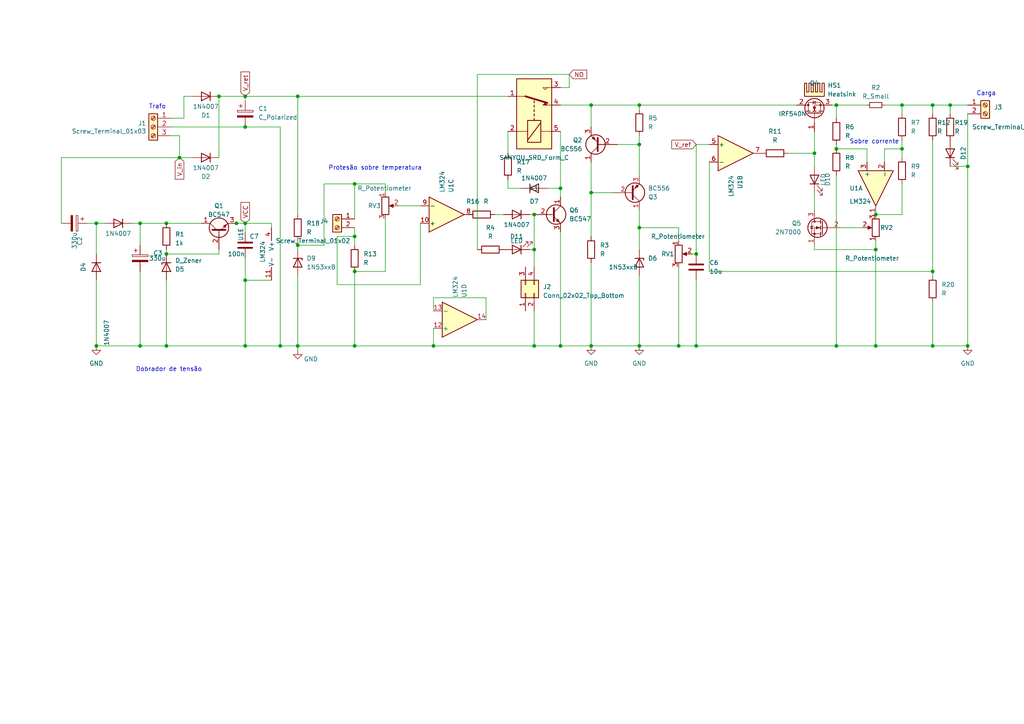
<source format=kicad_sch>
(kicad_sch (version 20230121) (generator eeschema)
  (paper "A4")
  (lib_symbols
    (symbol "Amplifier_Operational:LM324" (pin_names (offset 0.127))
      (property "Reference" "U" (at 0 5.08 0))
      (property "Value" "LM324" (at 0 -5.08 0))
      (symbol "LM324_1_1"
        (polyline (pts (xy -5.08 5.08) (xy 5.08 0) (xy -5.08 -5.08) (xy -5.08 5.08)) (stroke (width 0.254)) (fill (type background)))
        (pin output line (at 7.62 0 180) (length 2.54) (name "~") (number "1"))
        (pin input line (at -7.62 -2.54 0) (length 2.54) (name "-") (number "2"))
        (pin input line (at -7.62 2.54 0) (length 2.54) (name "+") (number "3"))
      )
      (symbol "LM324_2_1"
        (polyline (pts (xy -5.08 5.08) (xy 5.08 0) (xy -5.08 -5.08) (xy -5.08 5.08)) (stroke (width 0.254)) (fill (type background)))
        (pin input line (at -7.62 2.54 0) (length 2.54) (name "+") (number "5"))
        (pin input line (at -7.62 -2.54 0) (length 2.54) (name "-") (number "6"))
        (pin output line (at 7.62 0 180) (length 2.54) (name "~") (number "7"))
      )
      (symbol "LM324_3_1"
        (polyline (pts (xy -5.08 5.08) (xy 5.08 0) (xy -5.08 -5.08) (xy -5.08 5.08)) (stroke (width 0.254)) (fill (type background)))
        (pin input line (at -7.62 2.54 0) (length 2.54) (name "+") (number "10"))
        (pin output line (at 7.62 0 180) (length 2.54) (name "~") (number "8"))
        (pin input line (at -7.62 -2.54 0) (length 2.54) (name "-") (number "9"))
      )
      (symbol "LM324_4_1"
        (polyline (pts (xy -5.08 5.08) (xy 5.08 0) (xy -5.08 -5.08) (xy -5.08 5.08)) (stroke (width 0.254)) (fill (type background)))
        (pin input line (at -7.62 2.54 0) (length 2.54) (name "+") (number "12"))
        (pin input line (at -7.62 -2.54 0) (length 2.54) (name "-") (number "13"))
        (pin output line (at 7.62 0 180) (length 2.54) (name "~") (number "14"))
      )
      (symbol "LM324_5_1"
        (pin power_in line (at -2.54 -7.62 90) (length 3.81) (name "V-") (number "11"))
        (pin power_in line (at -2.54 7.62 270) (length 3.81) (name "V+") (number "4"))
      )
    )
    (symbol "Connector:Screw_Terminal_01x02" (pin_names (offset 1.016) hide)
      (property "Reference" "J" (at 0 2.54 0))
      (property "Value" "Screw_Terminal_01x02" (at 0 -5.08 0))
      (symbol "Screw_Terminal_01x02_1_1"
        (rectangle (start -1.27 1.27) (end 1.27 -3.81) (stroke (width 0.254)) (fill (type background)))
        (circle (center 0 -2.54) (radius 0.635) (stroke (width 0.1524)))
        (polyline (pts (xy -0.5334 -2.2098) (xy 0.3302 -3.048)) (stroke (width 0.1524)))
        (polyline (pts (xy -0.5334 0.3302) (xy 0.3302 -0.508)) (stroke (width 0.1524)))
        (polyline (pts (xy -0.3556 -2.032) (xy 0.508 -2.8702)) (stroke (width 0.1524)))
        (polyline (pts (xy -0.3556 0.508) (xy 0.508 -0.3302)) (stroke (width 0.1524)))
        (circle (center 0 0) (radius 0.635) (stroke (width 0.1524)))
        (pin passive line (at -5.08 0 0) (length 3.81) (name "Pin_1") (number "1"))
        (pin passive line (at -5.08 -2.54 0) (length 3.81) (name "Pin_2") (number "2"))
      )
    )
    (symbol "Connector:Screw_Terminal_01x03" (pin_names (offset 1.016) hide)
      (property "Reference" "J" (at 0 5.08 0))
      (property "Value" "Screw_Terminal_01x03" (at 0 -5.08 0))
      (symbol "Screw_Terminal_01x03_1_1"
        (rectangle (start -1.27 3.81) (end 1.27 -3.81) (stroke (width 0.254)) (fill (type background)))
        (circle (center 0 -2.54) (radius 0.635) (stroke (width 0.1524)))
        (polyline (pts (xy -0.5334 -2.2098) (xy 0.3302 -3.048)) (stroke (width 0.1524)))
        (polyline (pts (xy -0.5334 0.3302) (xy 0.3302 -0.508)) (stroke (width 0.1524)))
        (polyline (pts (xy -0.5334 2.8702) (xy 0.3302 2.032)) (stroke (width 0.1524)))
        (polyline (pts (xy -0.3556 -2.032) (xy 0.508 -2.8702)) (stroke (width 0.1524)))
        (polyline (pts (xy -0.3556 0.508) (xy 0.508 -0.3302)) (stroke (width 0.1524)))
        (polyline (pts (xy -0.3556 3.048) (xy 0.508 2.2098)) (stroke (width 0.1524)))
        (circle (center 0 0) (radius 0.635) (stroke (width 0.1524)))
        (circle (center 0 2.54) (radius 0.635) (stroke (width 0.1524)))
        (pin passive line (at -5.08 2.54 0) (length 3.81) (name "Pin_1") (number "1"))
        (pin passive line (at -5.08 0 0) (length 3.81) (name "Pin_2") (number "2"))
        (pin passive line (at -5.08 -2.54 0) (length 3.81) (name "Pin_3") (number "3"))
      )
    )
    (symbol "Connector_Generic:Conn_02x02_Top_Bottom" (pin_names (offset 1.016) hide)
      (property "Reference" "J" (at 1.27 2.54 0))
      (property "Value" "Conn_02x02_Top_Bottom" (at 1.27 -5.08 0))
      (symbol "Conn_02x02_Top_Bottom_1_1"
        (rectangle (start -1.27 -2.413) (end 0 -2.667) (stroke (width 0.1524)))
        (rectangle (start -1.27 0.127) (end 0 -0.127) (stroke (width 0.1524)))
        (rectangle (start -1.27 1.27) (end 3.81 -3.81) (stroke (width 0.254)) (fill (type background)))
        (rectangle (start 3.81 -2.413) (end 2.54 -2.667) (stroke (width 0.1524)))
        (rectangle (start 3.81 0.127) (end 2.54 -0.127) (stroke (width 0.1524)))
        (pin passive line (at -5.08 0 0) (length 3.81) (name "Pin_1") (number "1"))
        (pin passive line (at -5.08 -2.54 0) (length 3.81) (name "Pin_2") (number "2"))
        (pin passive line (at 7.62 0 180) (length 3.81) (name "Pin_3") (number "3"))
        (pin passive line (at 7.62 -2.54 180) (length 3.81) (name "Pin_4") (number "4"))
      )
    )
    (symbol "Device:C" (pin_numbers hide) (pin_names (offset 0.254))
      (property "Reference" "C" (at 0.635 2.54 0))
      (property "Value" "C" (at 0.635 -2.54 0))
      (symbol "C_0_1"
        (polyline (pts (xy -2.032 -0.762) (xy 2.032 -0.762)) (stroke (width 0.508)))
        (polyline (pts (xy -2.032 0.762) (xy 2.032 0.762)) (stroke (width 0.508)))
      )
      (symbol "C_1_1"
        (pin passive line (at 0 3.81 270) (length 2.794) (name "~") (number "1"))
        (pin passive line (at 0 -3.81 90) (length 2.794) (name "~") (number "2"))
      )
    )
    (symbol "Device:C_Polarized" (pin_numbers hide) (pin_names (offset 0.254))
      (property "Reference" "C" (at 0.635 2.54 0))
      (property "Value" "C_Polarized" (at 0.635 -2.54 0))
      (symbol "C_Polarized_0_1"
        (rectangle (start -2.286 0.508) (end 2.286 1.016))
        (polyline (pts (xy -1.778 2.286) (xy -0.762 2.286)))
        (polyline (pts (xy -1.27 2.794) (xy -1.27 1.778)))
        (rectangle (start 2.286 -0.508) (end -2.286 -1.016) (fill (type outline)))
      )
      (symbol "C_Polarized_1_1"
        (pin passive line (at 0 3.81 270) (length 2.794) (name "~") (number "1"))
        (pin passive line (at 0 -3.81 90) (length 2.794) (name "~") (number "2"))
      )
    )
    (symbol "Device:D_Zener" (pin_numbers hide) (pin_names (offset 1.016) hide)
      (property "Reference" "D" (at 0 2.54 0))
      (property "Value" "D_Zener" (at 0 -2.54 0))
      (symbol "D_Zener_0_1"
        (polyline (pts (xy 1.27 0) (xy -1.27 0)))
        (polyline (pts (xy -1.27 -1.27) (xy -1.27 1.27) (xy -0.762 1.27)) (stroke (width 0.254)))
        (polyline (pts (xy 1.27 -1.27) (xy 1.27 1.27) (xy -1.27 0) (xy 1.27 -1.27)) (stroke (width 0.254)))
      )
      (symbol "D_Zener_1_1"
        (pin passive line (at -3.81 0 0) (length 2.54) (name "K") (number "1"))
        (pin passive line (at 3.81 0 180) (length 2.54) (name "A") (number "2"))
      )
    )
    (symbol "Device:LED" (pin_numbers hide) (pin_names (offset 1.016) hide)
      (property "Reference" "D" (at 0 2.54 0))
      (property "Value" "LED" (at 0 -2.54 0))
      (symbol "LED_0_1"
        (polyline (pts (xy -1.27 -1.27) (xy -1.27 1.27)) (stroke (width 0.254)))
        (polyline (pts (xy -1.27 0) (xy 1.27 0)))
        (polyline (pts (xy 1.27 -1.27) (xy 1.27 1.27) (xy -1.27 0) (xy 1.27 -1.27)) (stroke (width 0.254)))
        (polyline (pts (xy -3.048 -0.762) (xy -4.572 -2.286) (xy -3.81 -2.286) (xy -4.572 -2.286) (xy -4.572 -1.524)))
        (polyline (pts (xy -1.778 -0.762) (xy -3.302 -2.286) (xy -2.54 -2.286) (xy -3.302 -2.286) (xy -3.302 -1.524)))
      )
      (symbol "LED_1_1"
        (pin passive line (at -3.81 0 0) (length 2.54) (name "K") (number "1"))
        (pin passive line (at 3.81 0 180) (length 2.54) (name "A") (number "2"))
      )
    )
    (symbol "Device:R" (pin_numbers hide) (pin_names (offset 0))
      (property "Reference" "R" (at 2.032 0 90))
      (property "Value" "R" (at 0 0 90))
      (symbol "R_0_1"
        (rectangle (start -1.016 -2.54) (end 1.016 2.54) (stroke (width 0.254)))
      )
      (symbol "R_1_1"
        (pin passive line (at 0 3.81 270) (length 1.27) (name "~") (number "1"))
        (pin passive line (at 0 -3.81 90) (length 1.27) (name "~") (number "2"))
      )
    )
    (symbol "Device:R_Potentiometer" (pin_names (offset 1.016) hide)
      (property "Reference" "RV" (at -4.445 0 90))
      (property "Value" "R_Potentiometer" (at -2.54 0 90))
      (symbol "R_Potentiometer_0_1"
        (polyline (pts (xy 2.54 0) (xy 1.524 0)))
        (polyline (pts (xy 1.143 0) (xy 2.286 0.508) (xy 2.286 -0.508) (xy 1.143 0)) (fill (type outline)))
        (rectangle (start 1.016 2.54) (end -1.016 -2.54) (stroke (width 0.254)))
      )
      (symbol "R_Potentiometer_1_1"
        (pin passive line (at 0 3.81 270) (length 1.27) (name "1") (number "1"))
        (pin passive line (at 3.81 0 180) (length 1.27) (name "2") (number "2"))
        (pin passive line (at 0 -3.81 90) (length 1.27) (name "3") (number "3"))
      )
    )
    (symbol "Device:R_Small" (pin_numbers hide) (pin_names (offset 0.254) hide)
      (property "Reference" "R" (at 0.762 0.508 0))
      (property "Value" "R_Small" (at 0.762 -1.016 0))
      (symbol "R_Small_0_1"
        (rectangle (start -0.762 1.778) (end 0.762 -1.778) (stroke (width 0.2032)))
      )
      (symbol "R_Small_1_1"
        (pin passive line (at 0 2.54 270) (length 0.762) (name "~") (number "1"))
        (pin passive line (at 0 -2.54 90) (length 0.762) (name "~") (number "2"))
      )
    )
    (symbol "Diode:1N4007" (pin_numbers hide) (pin_names hide)
      (property "Reference" "D" (at 0 2.54 0))
      (property "Value" "1N4007" (at 0 -2.54 0))
      (symbol "1N4007_0_1"
        (polyline (pts (xy -1.27 1.27) (xy -1.27 -1.27)) (stroke (width 0.254)))
        (polyline (pts (xy 1.27 0) (xy -1.27 0)))
        (polyline (pts (xy 1.27 1.27) (xy 1.27 -1.27) (xy -1.27 0) (xy 1.27 1.27)) (stroke (width 0.254)))
      )
      (symbol "1N4007_1_1"
        (pin passive line (at -3.81 0 0) (length 2.54) (name "K") (number "1"))
        (pin passive line (at 3.81 0 180) (length 2.54) (name "A") (number "2"))
      )
    )
    (symbol "Diode:1N53xxB" (pin_numbers hide) (pin_names hide)
      (property "Reference" "D" (at 0 2.54 0))
      (property "Value" "1N53xxB" (at 0 -2.54 0))
      (symbol "1N53xxB_0_1"
        (polyline (pts (xy 1.27 0) (xy -1.27 0)))
        (polyline (pts (xy -1.27 -1.27) (xy -1.27 1.27) (xy -0.762 1.27)) (stroke (width 0.254)))
        (polyline (pts (xy 1.27 -1.27) (xy 1.27 1.27) (xy -1.27 0) (xy 1.27 -1.27)) (stroke (width 0.254)))
      )
      (symbol "1N53xxB_1_1"
        (pin passive line (at -3.81 0 0) (length 2.54) (name "K") (number "1"))
        (pin passive line (at 3.81 0 180) (length 2.54) (name "A") (number "2"))
      )
    )
    (symbol "Mechanical:Heatsink" (pin_names (offset 1.016))
      (property "Reference" "HS" (at 0 5.08 0))
      (property "Value" "Heatsink" (at 0 -1.27 0))
      (symbol "Heatsink_0_1"
        (polyline (pts (xy -0.3302 1.27) (xy -0.9652 1.27) (xy -0.9652 3.81) (xy -1.6002 3.81) (xy -1.6002 1.27) (xy -2.2352 1.27) (xy -2.2352 3.81) (xy -2.8702 3.81) (xy -2.8702 0) (xy -0.9652 0)) (stroke (width 0.254)) (fill (type background)))
        (polyline (pts (xy -0.3302 1.27) (xy -0.3302 3.81) (xy 0.3048 3.81) (xy 0.3048 1.27) (xy 0.9398 1.27) (xy 0.9398 3.81) (xy 1.5748 3.81) (xy 1.5748 1.27) (xy 2.2098 1.27) (xy 2.2098 3.81) (xy 2.8448 3.81) (xy 2.8448 0) (xy -0.9652 0)) (stroke (width 0.254)) (fill (type background)))
      )
    )
    (symbol "Relay:SANYOU_SRD_Form_C"
      (property "Reference" "K" (at 11.43 3.81 0))
      (property "Value" "SANYOU_SRD_Form_C" (at 11.43 1.27 0))
      (symbol "SANYOU_SRD_Form_C_0_0"
        (polyline (pts (xy 7.62 5.08) (xy 7.62 2.54) (xy 6.985 3.175) (xy 7.62 3.81)))
      )
      (symbol "SANYOU_SRD_Form_C_0_1"
        (rectangle (start -10.16 5.08) (end 10.16 -5.08) (stroke (width 0.254)) (fill (type background)))
        (rectangle (start -8.255 1.905) (end -1.905 -1.905) (stroke (width 0.254)))
        (polyline (pts (xy -7.62 -1.905) (xy -2.54 1.905)) (stroke (width 0.254)))
        (polyline (pts (xy -5.08 -5.08) (xy -5.08 -1.905)))
        (polyline (pts (xy -5.08 5.08) (xy -5.08 1.905)))
        (polyline (pts (xy -1.905 0) (xy -1.27 0)) (stroke (width 0.254)))
        (polyline (pts (xy -0.635 0) (xy 0 0)) (stroke (width 0.254)))
        (polyline (pts (xy 0.635 0) (xy 1.27 0)) (stroke (width 0.254)))
        (polyline (pts (xy 1.905 0) (xy 2.54 0)) (stroke (width 0.254)))
        (polyline (pts (xy 3.175 0) (xy 3.81 0)) (stroke (width 0.254)))
        (polyline (pts (xy 5.08 -2.54) (xy 3.175 3.81)) (stroke (width 0.508)))
        (polyline (pts (xy 5.08 -2.54) (xy 5.08 -5.08)))
      )
      (symbol "SANYOU_SRD_Form_C_1_1"
        (polyline (pts (xy 2.54 3.81) (xy 3.175 3.175) (xy 2.54 2.54) (xy 2.54 5.08)) (fill (type outline)))
        (pin passive line (at 5.08 -7.62 90) (length 2.54) (name "~") (number "1"))
        (pin passive line (at -5.08 -7.62 90) (length 2.54) (name "~") (number "2"))
        (pin passive line (at 7.62 7.62 270) (length 2.54) (name "~") (number "3"))
        (pin passive line (at 2.54 7.62 270) (length 2.54) (name "~") (number "4"))
        (pin passive line (at -5.08 7.62 270) (length 2.54) (name "~") (number "5"))
      )
    )
    (symbol "Transistor_BJT:BC547" (pin_names (offset 0) hide)
      (property "Reference" "Q" (at 5.08 1.905 0))
      (property "Value" "BC547" (at 5.08 0 0))
      (symbol "BC547_0_1"
        (polyline (pts (xy 0 0) (xy 0.635 0)))
        (polyline (pts (xy 0.635 0.635) (xy 2.54 2.54)))
        (polyline (pts (xy 0.635 -0.635) (xy 2.54 -2.54) (xy 2.54 -2.54)))
        (polyline (pts (xy 0.635 1.905) (xy 0.635 -1.905) (xy 0.635 -1.905)) (stroke (width 0.508)))
        (polyline (pts (xy 1.27 -1.778) (xy 1.778 -1.27) (xy 2.286 -2.286) (xy 1.27 -1.778) (xy 1.27 -1.778)) (fill (type outline)))
        (circle (center 1.27 0) (radius 2.8194) (stroke (width 0.254)))
      )
      (symbol "BC547_1_1"
        (pin passive line (at 2.54 5.08 270) (length 2.54) (name "C") (number "1"))
        (pin input line (at -5.08 0 0) (length 5.08) (name "B") (number "2"))
        (pin passive line (at 2.54 -5.08 90) (length 2.54) (name "E") (number "3"))
      )
    )
    (symbol "Transistor_BJT:BC556" (pin_names (offset 0) hide)
      (property "Reference" "Q" (at 5.08 1.905 0))
      (property "Value" "BC556" (at 5.08 0 0))
      (symbol "BC556_0_1"
        (polyline (pts (xy 0.635 0.635) (xy 2.54 2.54)))
        (polyline (pts (xy 0.635 -0.635) (xy 2.54 -2.54) (xy 2.54 -2.54)))
        (polyline (pts (xy 0.635 1.905) (xy 0.635 -1.905) (xy 0.635 -1.905)) (stroke (width 0.508)))
        (polyline (pts (xy 2.286 -1.778) (xy 1.778 -2.286) (xy 1.27 -1.27) (xy 2.286 -1.778) (xy 2.286 -1.778)) (fill (type outline)))
        (circle (center 1.27 0) (radius 2.8194) (stroke (width 0.254)))
      )
      (symbol "BC556_1_1"
        (pin passive line (at 2.54 5.08 270) (length 2.54) (name "C") (number "1"))
        (pin input line (at -5.08 0 0) (length 5.715) (name "B") (number "2"))
        (pin passive line (at 2.54 -5.08 90) (length 2.54) (name "E") (number "3"))
      )
    )
    (symbol "Transistor_FET:2N7000" (pin_names hide)
      (property "Reference" "Q" (at 5.08 1.905 0))
      (property "Value" "2N7000" (at 5.08 0 0))
      (symbol "2N7000_0_1"
        (polyline (pts (xy 0.254 0) (xy -2.54 0)))
        (polyline (pts (xy 0.254 1.905) (xy 0.254 -1.905)) (stroke (width 0.254)))
        (polyline (pts (xy 0.762 -1.27) (xy 0.762 -2.286)) (stroke (width 0.254)))
        (polyline (pts (xy 0.762 0.508) (xy 0.762 -0.508)) (stroke (width 0.254)))
        (polyline (pts (xy 0.762 2.286) (xy 0.762 1.27)) (stroke (width 0.254)))
        (polyline (pts (xy 2.54 2.54) (xy 2.54 1.778)))
        (polyline (pts (xy 2.54 -2.54) (xy 2.54 0) (xy 0.762 0)))
        (polyline (pts (xy 0.762 -1.778) (xy 3.302 -1.778) (xy 3.302 1.778) (xy 0.762 1.778)))
        (polyline (pts (xy 1.016 0) (xy 2.032 0.381) (xy 2.032 -0.381) (xy 1.016 0)) (fill (type outline)))
        (polyline (pts (xy 2.794 0.508) (xy 2.921 0.381) (xy 3.683 0.381) (xy 3.81 0.254)))
        (polyline (pts (xy 3.302 0.381) (xy 2.921 -0.254) (xy 3.683 -0.254) (xy 3.302 0.381)))
        (circle (center 1.651 0) (radius 2.794) (stroke (width 0.254)))
        (circle (center 2.54 -1.778) (radius 0.254) (fill (type outline)))
        (circle (center 2.54 1.778) (radius 0.254) (fill (type outline)))
      )
      (symbol "2N7000_1_1"
        (pin passive line (at 2.54 -5.08 90) (length 2.54) (name "S") (number "1"))
        (pin input line (at -5.08 0 0) (length 2.54) (name "G") (number "2"))
        (pin passive line (at 2.54 5.08 270) (length 2.54) (name "D") (number "3"))
      )
    )
    (symbol "Transistor_FET:IRF540N" (pin_names hide)
      (property "Reference" "Q" (at 6.35 1.905 0))
      (property "Value" "IRF540N" (at 6.35 0 0))
      (symbol "IRF540N_0_1"
        (polyline (pts (xy 0.254 0) (xy -2.54 0)))
        (polyline (pts (xy 0.254 1.905) (xy 0.254 -1.905)) (stroke (width 0.254)))
        (polyline (pts (xy 0.762 -1.27) (xy 0.762 -2.286)) (stroke (width 0.254)))
        (polyline (pts (xy 0.762 0.508) (xy 0.762 -0.508)) (stroke (width 0.254)))
        (polyline (pts (xy 0.762 2.286) (xy 0.762 1.27)) (stroke (width 0.254)))
        (polyline (pts (xy 2.54 2.54) (xy 2.54 1.778)))
        (polyline (pts (xy 2.54 -2.54) (xy 2.54 0) (xy 0.762 0)))
        (polyline (pts (xy 0.762 -1.778) (xy 3.302 -1.778) (xy 3.302 1.778) (xy 0.762 1.778)))
        (polyline (pts (xy 1.016 0) (xy 2.032 0.381) (xy 2.032 -0.381) (xy 1.016 0)) (fill (type outline)))
        (polyline (pts (xy 2.794 0.508) (xy 2.921 0.381) (xy 3.683 0.381) (xy 3.81 0.254)))
        (polyline (pts (xy 3.302 0.381) (xy 2.921 -0.254) (xy 3.683 -0.254) (xy 3.302 0.381)))
        (circle (center 1.651 0) (radius 2.794) (stroke (width 0.254)))
        (circle (center 2.54 -1.778) (radius 0.254) (fill (type outline)))
        (circle (center 2.54 1.778) (radius 0.254) (fill (type outline)))
      )
      (symbol "IRF540N_1_1"
        (pin input line (at -5.08 0 0) (length 2.54) (name "G") (number "1"))
        (pin passive line (at 2.54 5.08 270) (length 2.54) (name "D") (number "2"))
        (pin passive line (at 2.54 -5.08 90) (length 2.54) (name "S") (number "3"))
      )
    )
    (symbol "power:GND" (power) (pin_names (offset 0))
      (property "Value" "GND" (at 0 -3.81 0))
      (symbol "GND_0_1"
        (polyline (pts (xy 0 0) (xy 0 -1.27) (xy 1.27 -1.27) (xy 0 -2.54) (xy -1.27 -1.27) (xy 0 -1.27)))
      )
      (symbol "GND_1_1"
        (pin power_in line (at 0 0 270) (length 0) hide (name "GND") (number "1"))
      )
    )
  )
  (junction (at 171.45 30.48))
  (junction (at 270.51 30.48))
  (junction (at 71.12 27.94))
  (junction (at 162.56 100.33))
  (junction (at 71.12 64.77))
  (junction (at 261.62 43.18))
  (junction (at 86.36 27.94))
  (junction (at 154.94 62.23))
  (junction (at 201.93 73.66))
  (junction (at 280.67 48.26))
  (junction (at 68.58 64.77))
  (junction (at 48.26 100.33))
  (junction (at 40.64 64.77))
  (junction (at 242.57 30.48))
  (junction (at 102.87 53.34))
  (junction (at 185.42 100.33))
  (junction (at 154.94 100.33))
  (junction (at 270.51 78.74))
  (junction (at 27.94 100.33))
  (junction (at 86.36 71.12))
  (junction (at 40.64 100.33))
  (junction (at 275.59 30.48))
  (junction (at 185.42 66.04))
  (junction (at 236.22 44.45))
  (junction (at 162.56 54.61))
  (junction (at 171.45 55.88))
  (junction (at 71.12 100.33))
  (junction (at 280.67 100.33))
  (junction (at 63.5 27.94))
  (junction (at 185.42 30.48))
  (junction (at 270.51 100.33))
  (junction (at 254 72.39))
  (junction (at 102.87 100.33))
  (junction (at 102.87 68.58))
  (junction (at 254 100.33))
  (junction (at 125.73 100.33))
  (junction (at 242.57 100.33))
  (junction (at 196.85 100.33))
  (junction (at 27.94 64.77))
  (junction (at 242.57 43.18))
  (junction (at 261.62 30.48))
  (junction (at 254 62.23))
  (junction (at 171.45 100.33))
  (junction (at 201.93 100.33))
  (junction (at 102.87 78.74))
  (junction (at 81.28 100.33))
  (junction (at 154.94 72.39))
  (junction (at 185.42 41.91))
  (junction (at 71.12 81.28))
  (junction (at 71.12 36.83))
  (junction (at 48.26 64.77))
  (junction (at 52.07 45.72))
  (junction (at 86.36 100.33))
  (junction (at 48.26 73.66))
  (wire (pts (xy 179.07 41.91) (xy 185.42 41.91)))
  (wire (pts (xy 185.42 30.48) (xy 185.42 31.75)))
  (wire (pts (xy 196.85 77.47) (xy 196.85 100.33)))
  (wire (pts (xy 78.74 64.77) (xy 78.74 66.04)))
  (wire (pts (xy 185.42 66.04) (xy 185.42 72.39)))
  (wire (pts (xy 185.42 80.01) (xy 185.42 100.33)))
  (wire (pts (xy 102.87 53.34) (xy 102.87 63.5)))
  (wire (pts (xy 185.42 30.48) (xy 231.14 30.48)))
  (wire (pts (xy 201.93 41.91) (xy 201.93 73.66)))
  (wire (pts (xy 236.22 72.39) (xy 236.22 71.12)))
  (wire (pts (xy 185.42 60.96) (xy 185.42 66.04)))
  (wire (pts (xy 52.07 45.72) (xy 55.88 45.72)))
  (wire (pts (xy 71.12 81.28) (xy 71.12 100.33)))
  (wire (pts (xy 154.94 72.39) (xy 154.94 77.47)))
  (wire (pts (xy 138.43 21.59) (xy 138.43 72.39)))
  (wire (pts (xy 196.85 100.33) (xy 201.93 100.33)))
  (wire (pts (xy 86.36 80.01) (xy 86.36 100.33)))
  (wire (pts (xy 40.64 64.77) (xy 48.26 64.77)))
  (wire (pts (xy 125.73 100.33) (xy 154.94 100.33)))
  (wire (pts (xy 53.34 34.29) (xy 49.53 34.29)))
  (wire (pts (xy 205.74 78.74) (xy 270.51 78.74)))
  (wire (pts (xy 171.45 55.88) (xy 177.8 55.88)))
  (wire (pts (xy 68.58 64.77) (xy 71.12 64.77)))
  (wire (pts (xy 171.45 36.83) (xy 171.45 30.48)))
  (wire (pts (xy 171.45 46.99) (xy 171.45 55.88)))
  (wire (pts (xy 97.79 82.55) (xy 97.79 68.58)))
  (wire (pts (xy 115.57 59.69) (xy 121.92 59.69)))
  (wire (pts (xy 236.22 72.39) (xy 254 72.39)))
  (wire (pts (xy 185.42 100.33) (xy 196.85 100.33)))
  (wire (pts (xy 236.22 44.45) (xy 236.22 48.26)))
  (wire (pts (xy 27.94 64.77) (xy 27.94 73.66)))
  (wire (pts (xy 17.78 45.72) (xy 52.07 45.72)))
  (wire (pts (xy 261.62 62.23) (xy 261.62 53.34)))
  (wire (pts (xy 153.67 72.39) (xy 154.94 72.39)))
  (wire (pts (xy 86.36 27.94) (xy 147.32 27.94)))
  (wire (pts (xy 86.36 71.12) (xy 86.36 72.39)))
  (wire (pts (xy 52.07 39.37) (xy 52.07 45.72)))
  (wire (pts (xy 40.64 71.12) (xy 40.64 64.77)))
  (wire (pts (xy 236.22 38.1) (xy 236.22 44.45)))
  (wire (pts (xy 261.62 43.18) (xy 256.54 43.18)))
  (wire (pts (xy 270.51 78.74) (xy 270.51 80.01)))
  (wire (pts (xy 27.94 100.33) (xy 27.94 81.28)))
  (wire (pts (xy 49.53 36.83) (xy 71.12 36.83)))
  (wire (pts (xy 40.64 100.33) (xy 48.26 100.33)))
  (wire (pts (xy 242.57 30.48) (xy 251.46 30.48)))
  (wire (pts (xy 254 100.33) (xy 270.51 100.33)))
  (wire (pts (xy 140.97 86.36) (xy 140.97 92.71)))
  (wire (pts (xy 261.62 30.48) (xy 256.54 30.48)))
  (wire (pts (xy 162.56 67.31) (xy 162.56 100.33)))
  (wire (pts (xy 154.94 100.33) (xy 162.56 100.33)))
  (wire (pts (xy 135.89 62.23) (xy 137.16 62.23)))
  (wire (pts (xy 185.42 66.04) (xy 196.85 66.04)))
  (wire (pts (xy 25.4 64.77) (xy 27.94 64.77)))
  (wire (pts (xy 63.5 27.94) (xy 71.12 27.94)))
  (wire (pts (xy 52.07 39.37) (xy 49.53 39.37)))
  (wire (pts (xy 71.12 64.77) (xy 78.74 64.77)))
  (wire (pts (xy 242.57 50.8) (xy 242.57 100.33)))
  (wire (pts (xy 48.26 64.77) (xy 58.42 64.77)))
  (wire (pts (xy 86.36 100.33) (xy 102.87 100.33)))
  (wire (pts (xy 71.12 27.94) (xy 86.36 27.94)))
  (wire (pts (xy 162.56 25.4) (xy 165.1 25.4)))
  (wire (pts (xy 27.94 64.77) (xy 30.48 64.77)))
  (wire (pts (xy 48.26 100.33) (xy 48.26 81.28)))
  (wire (pts (xy 147.32 54.61) (xy 147.32 52.07)))
  (wire (pts (xy 275.59 48.26) (xy 280.67 48.26)))
  (wire (pts (xy 71.12 74.93) (xy 71.12 81.28)))
  (wire (pts (xy 143.51 62.23) (xy 146.05 62.23)))
  (wire (pts (xy 236.22 55.88) (xy 236.22 60.96)))
  (wire (pts (xy 38.1 64.77) (xy 40.64 64.77)))
  (wire (pts (xy 162.56 38.1) (xy 162.56 54.61)))
  (wire (pts (xy 17.78 64.77) (xy 17.78 45.72)))
  (wire (pts (xy 71.12 100.33) (xy 81.28 100.33)))
  (wire (pts (xy 102.87 68.58) (xy 102.87 71.12)))
  (wire (pts (xy 261.62 30.48) (xy 270.51 30.48)))
  (wire (pts (xy 275.59 30.48) (xy 280.67 30.48)))
  (wire (pts (xy 97.79 68.58) (xy 102.87 68.58)))
  (wire (pts (xy 243.84 66.04) (xy 250.19 66.04)))
  (wire (pts (xy 171.45 76.2) (xy 171.45 100.33)))
  (wire (pts (xy 162.56 30.48) (xy 171.45 30.48)))
  (wire (pts (xy 201.93 41.91) (xy 205.74 41.91)))
  (wire (pts (xy 86.36 27.94) (xy 86.36 62.23)))
  (wire (pts (xy 241.3 30.48) (xy 242.57 30.48)))
  (wire (pts (xy 81.28 36.83) (xy 71.12 36.83)))
  (wire (pts (xy 162.56 100.33) (xy 171.45 100.33)))
  (wire (pts (xy 102.87 100.33) (xy 125.73 100.33)))
  (wire (pts (xy 71.12 100.33) (xy 48.26 100.33)))
  (wire (pts (xy 251.46 43.18) (xy 251.46 46.99)))
  (wire (pts (xy 270.51 100.33) (xy 280.67 100.33)))
  (wire (pts (xy 86.36 101.6) (xy 86.36 100.33)))
  (wire (pts (xy 171.45 55.88) (xy 171.45 68.58)))
  (wire (pts (xy 121.92 82.55) (xy 97.79 82.55)))
  (wire (pts (xy 71.12 64.77) (xy 71.12 67.31)))
  (wire (pts (xy 102.87 66.04) (xy 102.87 68.58)))
  (wire (pts (xy 242.57 43.18) (xy 251.46 43.18)))
  (wire (pts (xy 53.34 27.94) (xy 55.88 27.94)))
  (wire (pts (xy 228.6 44.45) (xy 236.22 44.45)))
  (wire (pts (xy 125.73 90.17) (xy 125.73 86.36)))
  (wire (pts (xy 261.62 40.64) (xy 261.62 43.18)))
  (wire (pts (xy 201.93 81.28) (xy 201.93 100.33)))
  (wire (pts (xy 63.5 27.94) (xy 63.5 45.72)))
  (wire (pts (xy 261.62 30.48) (xy 261.62 33.02)))
  (wire (pts (xy 201.93 100.33) (xy 242.57 100.33)))
  (wire (pts (xy 125.73 86.36) (xy 140.97 86.36)))
  (wire (pts (xy 102.87 53.34) (xy 111.76 53.34)))
  (wire (pts (xy 40.64 78.74) (xy 40.64 100.33)))
  (wire (pts (xy 242.57 100.33) (xy 254 100.33)))
  (wire (pts (xy 93.98 71.12) (xy 93.98 53.34)))
  (wire (pts (xy 86.36 71.12) (xy 93.98 71.12)))
  (wire (pts (xy 71.12 27.94) (xy 71.12 29.21)))
  (wire (pts (xy 125.73 95.25) (xy 125.73 100.33)))
  (wire (pts (xy 81.28 36.83) (xy 81.28 100.33)))
  (wire (pts (xy 151.13 54.61) (xy 147.32 54.61)))
  (wire (pts (xy 111.76 53.34) (xy 111.76 55.88)))
  (wire (pts (xy 111.76 63.5) (xy 111.76 78.74)))
  (wire (pts (xy 138.43 21.59) (xy 165.1 21.59)))
  (wire (pts (xy 280.67 48.26) (xy 280.67 100.33)))
  (wire (pts (xy 185.42 41.91) (xy 185.42 50.8)))
  (wire (pts (xy 63.5 73.66) (xy 63.5 72.39)))
  (wire (pts (xy 275.59 30.48) (xy 275.59 33.02)))
  (wire (pts (xy 261.62 43.18) (xy 261.62 45.72)))
  (wire (pts (xy 102.87 78.74) (xy 111.76 78.74)))
  (wire (pts (xy 158.75 54.61) (xy 162.56 54.61)))
  (wire (pts (xy 200.66 73.66) (xy 201.93 73.66)))
  (wire (pts (xy 270.51 30.48) (xy 275.59 30.48)))
  (wire (pts (xy 162.56 54.61) (xy 162.56 57.15)))
  (wire (pts (xy 254 72.39) (xy 254 100.33)))
  (wire (pts (xy 121.92 64.77) (xy 121.92 82.55)))
  (wire (pts (xy 27.94 100.33) (xy 40.64 100.33)))
  (wire (pts (xy 242.57 30.48) (xy 242.57 34.29)))
  (wire (pts (xy 254 62.23) (xy 261.62 62.23)))
  (wire (pts (xy 67.31 64.77) (xy 68.58 64.77)))
  (wire (pts (xy 185.42 39.37) (xy 185.42 41.91)))
  (wire (pts (xy 93.98 53.34) (xy 102.87 53.34)))
  (wire (pts (xy 270.51 40.64) (xy 270.51 78.74)))
  (wire (pts (xy 154.94 62.23) (xy 153.67 62.23)))
  (wire (pts (xy 280.67 33.02) (xy 280.67 48.26)))
  (wire (pts (xy 86.36 69.85) (xy 86.36 71.12)))
  (wire (pts (xy 147.32 38.1) (xy 147.32 44.45)))
  (wire (pts (xy 242.57 41.91) (xy 242.57 43.18)))
  (wire (pts (xy 256.54 43.18) (xy 256.54 46.99)))
  (wire (pts (xy 154.94 62.23) (xy 154.94 72.39)))
  (wire (pts (xy 71.12 81.28) (xy 78.74 81.28)))
  (wire (pts (xy 154.94 90.17) (xy 154.94 100.33)))
  (wire (pts (xy 48.26 72.39) (xy 48.26 73.66)))
  (wire (pts (xy 102.87 78.74) (xy 102.87 100.33)))
  (wire (pts (xy 205.74 46.99) (xy 205.74 78.74)))
  (wire (pts (xy 196.85 66.04) (xy 196.85 69.85)))
  (wire (pts (xy 171.45 100.33) (xy 185.42 100.33)))
  (wire (pts (xy 254 72.39) (xy 254 69.85)))
  (wire (pts (xy 171.45 30.48) (xy 185.42 30.48)))
  (wire (pts (xy 48.26 73.66) (xy 63.5 73.66)))
  (wire (pts (xy 81.28 100.33) (xy 86.36 100.33)))
  (wire (pts (xy 165.1 25.4) (xy 165.1 21.59)))
  (wire (pts (xy 53.34 34.29) (xy 53.34 27.94)))
  (wire (pts (xy 270.51 87.63) (xy 270.51 100.33)))
  (wire (pts (xy 270.51 30.48) (xy 270.51 33.02)))
  (text "Carga" (at 283.21 27.94 0) (effects (font (size 1.27 1.27)) (justify left bottom)))
  (text "Protesão sobre temperatura\n" (at 95.25 49.53 0) (effects (font (size 1.27 1.27)) (justify left bottom)))
  (text "Sobre corrente\n" (at 246.38 41.91 0) (effects (font (size 1.27 1.27)) (justify left bottom)))
  (text "Trafo\n" (at 43.18 31.75 0) (effects (font (size 1.27 1.27)) (justify left bottom)))
  (text "Dobrador de tensão" (at 39.37 107.95 0) (effects (font (size 1.27 1.27)) (justify left bottom)))
  (global_label "V_ret" (shape input) (at 71.12 27.94 90) (property "Intersheetrefs" "${INTERSHEET_REFS}" (effects hide)))
  (global_label "V_ref" (shape input) (at 201.93 41.91 180) (property "Intersheetrefs" "${INTERSHEET_REFS}" (effects hide)))
  (global_label "VCC" (shape input) (at 71.12 64.77 90) (property "Intersheetrefs" "${INTERSHEET_REFS}" (effects hide)))
  (global_label "NO" (shape input) (at 165.1 21.59 0) (property "Intersheetrefs" "${INTERSHEET_REFS}" (effects hide)))
  (global_label "V_in" (shape input) (at 52.07 45.72 270) (property "Intersheetrefs" "${INTERSHEET_REFS}" (effects hide)))
  (symbol (lib_id "Transistor_BJT:BC547") (at 63.5 67.31 90) (unit 1)
    (property "Reference" "Q1" (at 63.5 59.69 90))
    (property "Value" "BC547" (at 63.5 62.23 90))
    (property "Footprint" "Package_TO_SOT_THT:TO-92L_Wide" (effects hide))
    (property "Datasheet" "https://www.onsemi.com/pub/Collateral/BC550-D.pdf" (effects hide))
  )
  (symbol (lib_id "Device:C") (at 201.93 77.47 0) (unit 1)
    (property "Reference" "C6" (at 205.74 76.2 0) (effects (justify left)))
    (property "Value" "10u" (at 205.74 78.74 0) (effects (justify left)))
    (property "Footprint" "Capacitor_THT:CP_Radial_D10.0mm_P7.50mm" (effects hide))
  )
  (symbol (lib_id "Device:R") (at 224.79 44.45 90) (unit 1)
    (property "Reference" "R11" (at 224.79 38.1 90))
    (property "Value" "R" (at 224.79 40.64 90))
    (property "Footprint" "Resistor_THT:R_Axial_DIN0207_L6.3mm_D2.5mm_P10.16mm_Horizontal" (effects hide))
  )
  (symbol (lib_id "Device:R") (at 261.62 49.53 0) (unit 1)
    (property "Reference" "R9" (at 264.16 48.26 0) (effects (justify left)))
    (property "Value" "R" (at 264.16 50.8 0) (effects (justify left)))
    (property "Footprint" "Resistor_THT:R_Axial_DIN0207_L6.3mm_D2.5mm_P10.16mm_Horizontal" (effects hide))
  )
  (symbol (lib_id "Diode:1N53xxB") (at 185.42 76.2 270) (unit 1)
    (property "Reference" "D6" (at 187.96 74.93 90) (effects (justify left)))
    (property "Value" "1N53xxB" (at 176.53 77.47 90) (effects (justify left)))
    (property "Footprint" "Diode_THT:D_DO-41_SOD81_P10.16mm_Horizontal" (effects hide))
    (property "Datasheet" "https://diotec.com/tl_files/diotec/files/pdf/datasheets/1n5345b.pdf" (effects hide))
  )
  (symbol (lib_id "Diode:1N4007") (at 59.69 27.94 180) (unit 1)
    (property "Reference" "D1" (at 59.69 33.4448 0))
    (property "Value" "1N4007" (at 59.69 30.9048 0))
    (property "Footprint" "Diode_THT:D_DO-41_SOD81_P10.16mm_Horizontal" (effects hide))
    (property "Datasheet" "http://www.vishay.com/docs/88503/1n4001.pdf" (effects hide))
    (property "Sim.Device" "D" (effects hide))
    (property "Sim.Pins" "1=K 2=A" (effects hide))
  )
  (symbol (lib_id "Connector_Generic:Conn_02x02_Top_Bottom") (at 152.4 85.09 90) (unit 1)
    (property "Reference" "J2" (at 157.48 83.185 90) (effects (justify right)))
    (property "Value" "Conn_02x02_Top_Bottom" (at 157.48 85.725 90) (effects (justify right)))
    (property "Footprint" "Package_DIP:DIP-4_W10.16mm" (effects hide))
  )
  (symbol (lib_id "Connector:Screw_Terminal_01x03") (at 44.45 36.83 0) (mirror y) (unit 1)
    (property "Reference" "J1" (at 42.418 35.7632 0) (effects (justify left)))
    (property "Value" "Screw_Terminal_01x03" (at 42.418 38.0746 0) (effects (justify left)))
    (property "Footprint" "TerminalBlock_Phoenix:TerminalBlock_Phoenix_MKDS-1,5-3-5.08_1x03_P5.08mm_Horizontal" (effects hide))
  )
  (symbol (lib_id "Diode:1N4007") (at 149.86 62.23 180) (unit 1)
    (property "Reference" "D8" (effects hide))
    (property "Value" "1N4007" (at 149.86 65.1948 0))
    (property "Footprint" "Diode_THT:D_DO-41_SOD81_P10.16mm_Horizontal" (effects hide))
    (property "Datasheet" "http://www.vishay.com/docs/88503/1n4001.pdf" (effects hide))
    (property "Sim.Device" "D" (effects hide))
    (property "Sim.Pins" "1=K 2=A" (effects hide))
  )
  (symbol (lib_id "Device:R") (at 185.42 35.56 0) (unit 1)
    (property "Reference" "R5" (at 187.96 34.29 0) (effects (justify left)))
    (property "Value" "R" (at 187.96 36.83 0) (effects (justify left)))
    (property "Footprint" "Resistor_THT:R_Axial_DIN0207_L6.3mm_D2.5mm_P10.16mm_Horizontal" (effects hide))
  )
  (symbol (lib_id "Mechanical:Heatsink") (at 236.22 27.94 0) (unit 1)
    (property "Reference" "HS1" (at 240.03 24.765 0) (effects (justify left)))
    (property "Value" "Heatsink" (at 240.03 27.305 0) (effects (justify left)))
    (property "Footprint" "Heatsink:Heatsink_Stonecold_HS-132_32x14mm_2xFixation1.5mm" (effects hide))
  )
  (symbol (lib_id "Diode:1N53xxB") (at 86.36 76.2 270) (unit 1)
    (property "Reference" "D9" (at 88.9 74.93 90) (effects (justify left)))
    (property "Value" "1N53xxB" (at 88.9 77.47 90) (effects (justify left)))
    (property "Footprint" "Diode_THT:D_DO-41_SOD81_P10.16mm_Horizontal" (effects hide))
    (property "Datasheet" "https://diotec.com/tl_files/diotec/files/pdf/datasheets/1n5345b.pdf" (effects hide))
  )
  (symbol (lib_id "Transistor_FET:IRF540N") (at 236.22 33.02 90) (unit 1)
    (property "Reference" "Q4" (at 236.22 24.13 90))
    (property "Value" "IRF540N" (at 229.87 33.02 90))
    (property "Footprint" "Package_TO_SOT_THT:TO-218-3_Vertical" (effects hide))
    (property "Datasheet" "http://www.irf.com/product-info/datasheets/data/irf540n.pdf" (effects hide))
  )
  (symbol (lib_id "Diode:1N4007") (at 34.29 64.77 180) (unit 1)
    (property "Reference" "D3" (effects hide))
    (property "Value" "1N4007" (at 34.29 67.7348 0))
    (property "Footprint" "Diode_THT:D_DO-41_SOD81_P10.16mm_Horizontal" (effects hide))
    (property "Datasheet" "http://www.vishay.com/docs/88503/1n4001.pdf" (effects hide))
    (property "Sim.Device" "D" (effects hide))
    (property "Sim.Pins" "1=K 2=A" (effects hide))
  )
  (symbol (lib_id "Transistor_BJT:BC547") (at 160.02 62.23 0) (unit 1)
    (property "Reference" "Q6" (at 165.1 60.96 0) (effects (justify left)))
    (property "Value" "BC547" (at 165.1 63.5 0) (effects (justify left)))
    (property "Footprint" "Package_TO_SOT_THT:TO-92L_Wide" (effects hide))
    (property "Datasheet" "https://www.onsemi.com/pub/Collateral/BC550-D.pdf" (effects hide))
  )
  (symbol (lib_id "Device:R") (at 102.87 74.93 0) (unit 1)
    (property "Reference" "R13" (at 105.41 73.66 0) (effects (justify left)))
    (property "Value" "R" (at 105.41 76.2 0) (effects (justify left)))
    (property "Footprint" "Resistor_THT:R_Axial_DIN0207_L6.3mm_D2.5mm_P10.16mm_Horizontal" (effects hide))
  )
  (symbol (lib_id "Device:R_Potentiometer") (at 196.85 73.66 0) (unit 1)
    (property "Reference" "RV1" (at 195.58 73.66 0) (effects (justify right)))
    (property "Value" "R_Potentiometer" (at 204.47 68.58 0) (effects (justify right)))
    (property "Footprint" "Potentiometer_THT:Potentiometer_Piher_PC-16_Single_Horizontal" (effects hide))
  )
  (symbol (lib_id "Device:C_Polarized") (at 40.64 74.93 0) (unit 1)
    (property "Reference" "C3" (at 44.45 73.406 0) (effects (justify left)))
    (property "Value" "330u" (at 43.18 74.93 0) (effects (justify left)))
    (property "Footprint" "Capacitor_THT:CP_Radial_D12.5mm_P5.00mm" (effects hide))
  )
  (symbol (lib_id "power:GND") (at 171.45 100.33 0) (unit 1)
    (property "Reference" "#PWR06" (effects hide))
    (property "Value" "GND" (at 171.45 105.41 0))
  )
  (symbol (lib_id "Relay:SANYOU_SRD_Form_C") (at 154.94 33.02 270) (mirror x) (unit 1)
    (property "Reference" "K1" (at 154.94 54.61 90))
    (property "Value" "SANYOU_SRD_Form_C" (at 154.94 45.72 90))
    (property "Footprint" "Relay_THT:Relay_SPDT_SANYOU_SRD_Series_Form_C" (effects hide))
    (property "Datasheet" "http://www.sanyourelay.ca/public/products/pdf/SRD.pdf" (effects hide))
  )
  (symbol (lib_id "Device:C") (at 71.12 71.12 0) (unit 1)
    (property "Reference" "C7" (at 72.39 68.58 0) (effects (justify left)))
    (property "Value" "100n" (at 66.04 73.66 0) (effects (justify left)))
    (property "Footprint" "Capacitor_THT:CP_Radial_D10.0mm_P7.50mm" (effects hide))
  )
  (symbol (lib_id "Transistor_FET:2N7000") (at 238.76 66.04 0) (mirror y) (unit 1)
    (property "Reference" "Q5" (at 232.41 64.77 0) (effects (justify left)))
    (property "Value" "2N7000" (at 232.41 67.31 0) (effects (justify left)))
    (property "Footprint" "Package_TO_SOT_THT:TO-92L_Wide" (effects hide))
    (property "Datasheet" "https://www.vishay.com/docs/70226/70226.pdf" (effects hide))
  )
  (symbol (lib_id "Device:R_Potentiometer") (at 254 66.04 180) (unit 1)
    (property "Reference" "RV2" (at 255.27 66.04 0) (effects (justify right)))
    (property "Value" "R_Potentiometer" (at 245.11 74.93 0) (effects (justify right)))
    (property "Footprint" "Potentiometer_THT:Potentiometer_Piher_PC-16_Single_Horizontal" (effects hide))
  )
  (symbol (lib_id "Device:LED") (at 275.59 44.45 90) (unit 1)
    (property "Reference" "D12" (at 279.4 44.45 0))
    (property "Value" "LED" (effects hide))
    (property "Footprint" "LED_THT:LED_D5.0mm" (effects hide))
  )
  (symbol (lib_id "Device:R") (at 139.7 62.23 90) (unit 1)
    (property "Reference" "R16" (at 137.16 58.42 90))
    (property "Value" "R" (at 140.97 58.42 90))
    (property "Footprint" "Resistor_THT:R_Axial_DIN0207_L6.3mm_D2.5mm_P10.16mm_Horizontal" (effects hide))
  )
  (symbol (lib_id "Device:R") (at 171.45 72.39 0) (unit 1)
    (property "Reference" "R3" (at 173.99 71.12 0) (effects (justify left)))
    (property "Value" "R" (at 173.99 73.66 0) (effects (justify left)))
    (property "Footprint" "Resistor_THT:R_Axial_DIN0207_L6.3mm_D2.5mm_P10.16mm_Horizontal" (effects hide))
  )
  (symbol (lib_id "Device:R") (at 270.51 36.83 0) (unit 1)
    (property "Reference" "R12" (at 271.78 35.56 0) (effects (justify left)))
    (property "Value" "R" (at 271.78 38.1 0) (effects (justify left)))
    (property "Footprint" "Resistor_THT:R_Axial_DIN0207_L6.3mm_D2.5mm_P10.16mm_Horizontal" (effects hide))
  )
  (symbol (lib_id "Device:R_Potentiometer") (at 111.76 59.69 0) (unit 1)
    (property "Reference" "RV3" (at 110.49 59.69 0) (effects (justify right)))
    (property "Value" "R_Potentiometer" (at 119.38 54.61 0) (effects (justify right)))
    (property "Footprint" "TerminalBlock_Philmore:TerminalBlock_Philmore_TB133_1x03_P5.00mm_Horizontal" (effects hide))
  )
  (symbol (lib_id "power:GND") (at 27.94 100.33 0) (unit 1)
    (property "Reference" "#PWR02" (effects hide))
    (property "Value" "GND" (at 27.94 105.41 0))
  )
  (symbol (lib_id "Transistor_BJT:BC556") (at 173.99 41.91 180) (unit 1)
    (property "Reference" "Q2" (at 168.91 40.64 0) (effects (justify left)))
    (property "Value" "BC556" (at 168.91 43.18 0) (effects (justify left)))
    (property "Footprint" "Package_TO_SOT_THT:TO-92L_Wide" (effects hide))
    (property "Datasheet" "https://www.onsemi.com/pub/Collateral/BC556BTA-D.pdf" (effects hide))
  )
  (symbol (lib_id "Device:R") (at 261.62 36.83 0) (unit 1)
    (property "Reference" "R7" (at 264.16 35.56 0) (effects (justify left)))
    (property "Value" "R" (at 264.16 38.1 0) (effects (justify left)))
    (property "Footprint" "Resistor_THT:R_Axial_DIN0207_L6.3mm_D2.5mm_P10.16mm_Horizontal" (effects hide))
  )
  (symbol (lib_id "Device:R") (at 142.24 72.39 90) (unit 1)
    (property "Reference" "R4" (at 142.24 66.04 90))
    (property "Value" "R" (at 142.24 68.58 90))
    (property "Footprint" "Resistor_THT:R_Axial_DIN0207_L6.3mm_D2.5mm_P10.16mm_Horizontal" (effects hide))
  )
  (symbol (lib_id "Amplifier_Operational:LM324") (at 254 54.61 90) (mirror x) (unit 1)
    (property "Reference" "U1" (at 246.38 54.61 90) (effects (justify right)))
    (property "Value" "LM324" (at 246.38 58.42 90) (effects (justify right)))
    (property "Footprint" "Package_DIP:DIP-14_W7.62mm" (effects hide))
    (property "Datasheet" "http://www.ti.com/lit/ds/symlink/lm2902-n.pdf" (effects hide))
  )
  (symbol (lib_id "Device:C_Polarized") (at 21.59 64.77 270) (unit 1)
    (property "Reference" "C2" (at 23.114 68.58 0) (effects (justify left)))
    (property "Value" "330u" (at 21.59 67.31 0) (effects (justify left)))
    (property "Footprint" "Capacitor_THT:CP_Radial_D12.5mm_P5.00mm" (effects hide))
  )
  (symbol (lib_id "Device:LED") (at 236.22 52.07 90) (unit 1)
    (property "Reference" "D10" (at 240.03 52.07 0))
    (property "Value" "LED" (at 238.76 52.07 0))
    (property "Footprint" "LED_THT:LED_D5.0mm" (effects hide))
  )
  (symbol (lib_id "Device:R") (at 275.59 36.83 0) (unit 1)
    (property "Reference" "R19" (at 276.86 35.56 0) (effects (justify left)))
    (property "Value" "R" (at 276.86 38.1 0) (effects (justify left)))
    (property "Footprint" "Resistor_THT:R_Axial_DIN0207_L6.3mm_D2.5mm_P10.16mm_Horizontal" (effects hide))
  )
  (symbol (lib_id "Diode:1N4007") (at 154.94 54.61 0) (unit 1)
    (property "Reference" "D7" (at 154.94 58.42 0))
    (property "Value" "1N4007" (at 154.94 51.6452 0))
    (property "Footprint" "Diode_THT:D_DO-41_SOD81_P10.16mm_Horizontal" (effects hide))
    (property "Datasheet" "http://www.vishay.com/docs/88503/1n4001.pdf" (effects hide))
    (property "Sim.Device" "D" (effects hide))
    (property "Sim.Pins" "1=K 2=A" (effects hide))
  )
  (symbol (lib_id "Device:R") (at 242.57 38.1 0) (unit 1)
    (property "Reference" "R6" (at 245.11 36.83 0) (effects (justify left)))
    (property "Value" "R" (at 245.11 39.37 0) (effects (justify left)))
    (property "Footprint" "Resistor_THT:R_Axial_DIN0207_L6.3mm_D2.5mm_P10.16mm_Horizontal" (effects hide))
  )
  (symbol (lib_id "Transistor_BJT:BC556") (at 182.88 55.88 0) (mirror x) (unit 1)
    (property "Reference" "Q3" (at 187.96 57.15 0) (effects (justify left)))
    (property "Value" "BC556" (at 187.96 54.61 0) (effects (justify left)))
    (property "Footprint" "Package_TO_SOT_THT:TO-92L_Wide" (effects hide))
    (property "Datasheet" "https://www.onsemi.com/pub/Collateral/BC556BTA-D.pdf" (effects hide))
  )
  (symbol (lib_id "Device:C_Polarized") (at 71.12 33.02 0) (unit 1)
    (property "Reference" "C1" (at 74.93 31.496 0) (effects (justify left)))
    (property "Value" "C_Polarized" (at 74.93 34.036 0) (effects (justify left)))
    (property "Footprint" "Capacitor_THT:CP_Radial_D22.0mm_P10.00mm_SnapIn" (effects hide))
  )
  (symbol (lib_id "Device:R") (at 147.32 48.26 180) (unit 1)
    (property "Reference" "R17" (at 149.86 46.99 0) (effects (justify right)))
    (property "Value" "R" (at 149.86 49.53 0) (effects (justify right)))
    (property "Footprint" "Resistor_THT:R_Axial_DIN0207_L6.3mm_D2.5mm_P10.16mm_Horizontal" (effects hide))
  )
  (symbol (lib_id "Device:R_Small") (at 254 30.48 90) (unit 1)
    (property "Reference" "R2" (at 254 25.4 90))
    (property "Value" "R_Small" (at 254 27.94 90))
    (property "Footprint" "Resistor_THT:R_Axial_DIN0516_L15.5mm_D5.0mm_P5.08mm_Vertical" (effects hide))
  )
  (symbol (lib_id "power:GND") (at 86.36 101.6 0) (unit 1)
    (property "Reference" "#PWR07" (effects hide))
    (property "Value" "GND" (at 90.17 104.14 0))
  )
  (symbol (lib_id "Amplifier_Operational:LM324") (at 76.2 73.66 0) (mirror y) (unit 5)
    (property "Reference" "U1" (at 69.85 66.04 90) (effects (justify right)))
    (property "Value" "LM324" (at 76.2 69.85 90) (effects (justify right)))
    (property "Footprint" "Package_DIP:DIP-14_W7.62mm" (effects hide))
    (property "Datasheet" "http://www.ti.com/lit/ds/symlink/lm2902-n.pdf" (effects hide))
  )
  (symbol (lib_id "Diode:1N4007") (at 27.94 77.47 270) (unit 1)
    (property "Reference" "D4" (at 24.13 77.47 0))
    (property "Value" "1N4007" (at 30.9048 96.52 0))
    (property "Footprint" "Diode_THT:D_DO-41_SOD81_P10.16mm_Horizontal" (effects hide))
    (property "Datasheet" "http://www.vishay.com/docs/88503/1n4001.pdf" (effects hide))
    (property "Sim.Device" "D" (effects hide))
    (property "Sim.Pins" "1=K 2=A" (effects hide))
  )
  (symbol (lib_id "Device:D_Zener") (at 48.26 77.47 90) (mirror x) (unit 1)
    (property "Reference" "D5" (at 50.8 78.105 90) (effects (justify right)))
    (property "Value" "D_Zener" (at 50.8 75.565 90) (effects (justify right)))
    (property "Footprint" "Diode_THT:D_DO-41_SOD81_P10.16mm_Horizontal" (effects hide))
  )
  (symbol (lib_id "power:GND") (at 280.67 100.33 0) (unit 1)
    (property "Reference" "#PWR04" (effects hide))
    (property "Value" "GND" (at 280.67 105.41 0))
  )
  (symbol (lib_id "Device:R") (at 242.57 46.99 0) (unit 1)
    (property "Reference" "R8" (at 245.11 45.72 0) (effects (justify left)))
    (property "Value" "R" (at 245.11 48.26 0) (effects (justify left)))
    (property "Footprint" "Resistor_THT:R_Axial_DIN0207_L6.3mm_D2.5mm_P10.16mm_Horizontal" (effects hide))
  )
  (symbol (lib_id "Device:R") (at 86.36 66.04 0) (unit 1)
    (property "Reference" "R18" (at 88.9 64.77 0) (effects (justify left)))
    (property "Value" "R" (at 88.9 67.31 0) (effects (justify left)))
    (property "Footprint" "Resistor_THT:R_Axial_DIN0207_L6.3mm_D2.5mm_P10.16mm_Horizontal" (effects hide))
  )
  (symbol (lib_id "Diode:1N4007") (at 59.69 45.72 180) (unit 1)
    (property "Reference" "D2" (at 59.69 51.2248 0))
    (property "Value" "1N4007" (at 59.69 48.6848 0))
    (property "Footprint" "Diode_THT:D_DO-41_SOD81_P10.16mm_Horizontal" (effects hide))
    (property "Datasheet" "http://www.vishay.com/docs/88503/1n4001.pdf" (effects hide))
    (property "Sim.Device" "D" (effects hide))
    (property "Sim.Pins" "1=K 2=A" (effects hide))
  )
  (symbol (lib_id "Connector:Screw_Terminal_01x02") (at 285.75 30.48 0) (unit 1)
    (property "Reference" "J3" (at 288.29 31.115 0) (effects (justify left)))
    (property "Value" "Screw_Terminal_01x02" (at 281.94 36.83 0) (effects (justify left)))
    (property "Footprint" "TerminalBlock_Phoenix:TerminalBlock_Phoenix_MKDS-1,5-2_1x02_P5.00mm_Horizontal" (effects hide))
  )
  (symbol (lib_id "power:GND") (at 185.42 100.33 0) (unit 1)
    (property "Reference" "#PWR05" (effects hide))
    (property "Value" "GND" (at 185.42 105.41 0))
  )
  (symbol (lib_id "Connector:Screw_Terminal_01x02") (at 97.79 63.5 0) (mirror y) (unit 1)
    (property "Reference" "J4" (at 95.25 64.135 0) (effects (justify left)))
    (property "Value" "Screw_Terminal_01x02" (at 101.6 69.85 0) (effects (justify left)))
    (property "Footprint" "TerminalBlock_Phoenix:TerminalBlock_Phoenix_MKDS-1,5-2_1x02_P5.00mm_Horizontal" (effects hide))
  )
  (symbol (lib_id "Amplifier_Operational:LM324") (at 213.36 44.45 0) (unit 2)
    (property "Reference" "U1" (at 214.63 50.8 90) (effects (justify right)))
    (property "Value" "LM324" (at 212.09 50.8 90) (effects (justify right)))
    (property "Footprint" "Package_DIP:DIP-14_W7.62mm" (effects hide))
    (property "Datasheet" "http://www.ti.com/lit/ds/symlink/lm2902-n.pdf" (effects hide))
  )
  (symbol (lib_id "Amplifier_Operational:LM324") (at 129.54 62.23 0) (mirror x) (unit 3)
    (property "Reference" "U1" (at 130.81 55.88 90) (effects (justify right)))
    (property "Value" "LM324" (at 128.27 55.88 90) (effects (justify right)))
    (property "Footprint" "Package_DIP:DIP-14_W7.62mm" (effects hide))
    (property "Datasheet" "http://www.ti.com/lit/ds/symlink/lm2902-n.pdf" (effects hide))
  )
  (symbol (lib_id "Amplifier_Operational:LM324") (at 133.35 92.71 0) (mirror x) (unit 4)
    (property "Reference" "U1" (at 134.62 86.36 90) (effects (justify right)))
    (property "Value" "LM324" (at 132.08 86.36 90) (effects (justify right)))
    (property "Footprint" "Package_DIP:DIP-14_W7.62mm" (effects hide))
    (property "Datasheet" "http://www.ti.com/lit/ds/symlink/lm2902-n.pdf" (effects hide))
  )
  (symbol (lib_id "Device:R") (at 270.51 83.82 0) (unit 1)
    (property "Reference" "R20" (at 273.05 82.55 0) (effects (justify left)))
    (property "Value" "R" (at 273.05 85.09 0) (effects (justify left)))
    (property "Footprint" "Resistor_THT:R_Axial_DIN0207_L6.3mm_D2.5mm_P10.16mm_Horizontal" (effects hide))
  )
  (symbol (lib_id "Device:LED") (at 149.86 72.39 180) (unit 1)
    (property "Reference" "D11" (at 149.86 68.58 0))
    (property "Value" "LED" (at 149.86 69.85 0))
    (property "Footprint" "LED_THT:LED_D5.0mm" (effects hide))
  )
  (symbol (lib_id "Device:R") (at 48.26 68.58 0) (unit 1)
    (property "Reference" "R1" (at 50.8 67.945 0) (effects (justify left)))
    (property "Value" "1k" (at 50.8 70.485 0) (effects (justify left)))
    (property "Footprint" "Resistor_THT:R_Axial_DIN0207_L6.3mm_D2.5mm_P10.16mm_Horizontal" (effects hide))
  )
)
</source>
